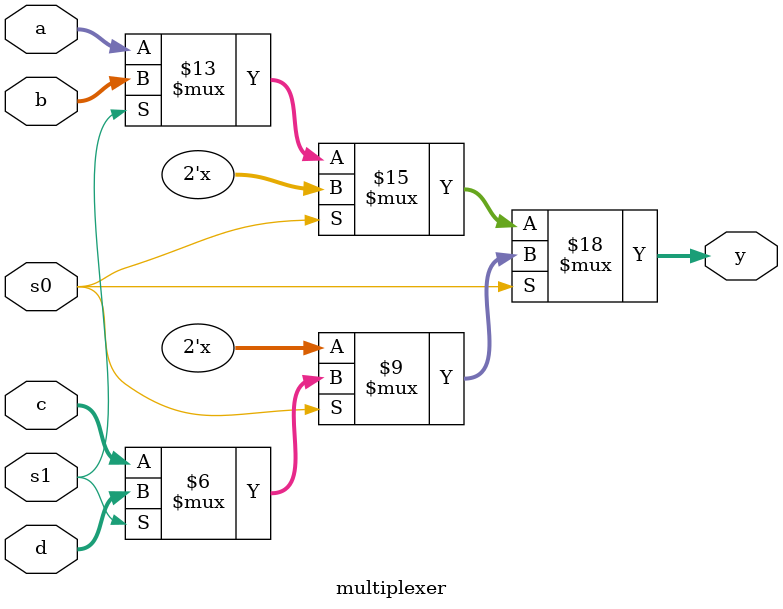
<source format=v>
`timescale 1ns / 1ps
module multiplexer(a,b,c,d,s1,s0,y);
     parameter w=1;
    input [w:0]a,b,c,d;
    input s0,s1;
    output reg [w:0] y;
    always @*
    begin 
        if(s0==0)
		  begin
		   if(s1==0)
			y = a;
			else
			y = b;
		  end
		  else
		  begin
		   if(s1==0)
			y = c;
			else
			y = d;
		  end
			
    end
     
    
    
endmodule
</source>
